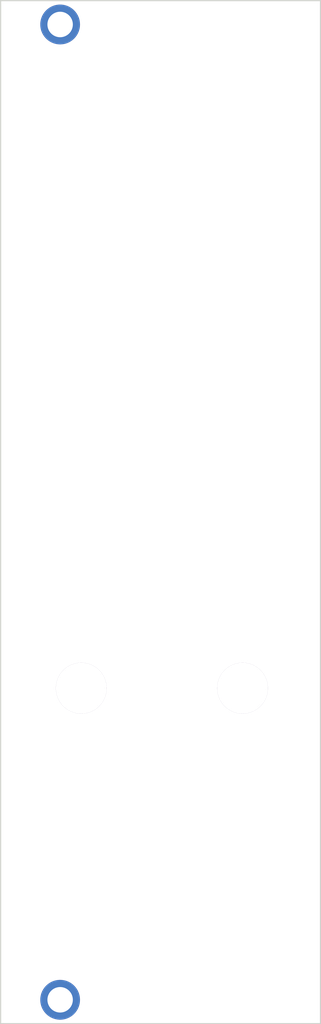
<source format=kicad_pcb>
(kicad_pcb (version 20221018) (generator pcbnew)
  (title_block (title "(title)") (comment 1 "PCB for panel") (comment 2 "(description)") (comment 4 "License CC BY 4.0 - Attribution 4.0 International"))
  (layers (0 "F.Cu" signal) (31 "B.Cu" signal) (34 "B.Paste" user) (35 "F.Paste" user) (36 "B.SilkS" user "B.Silkscreen") (37 "F.SilkS" user "F.Silkscreen") (38 "B.Mask" user) (39 "F.Mask" user) (44 "Edge.Cuts" user))
  (net 0 "")
  (footprint "elektrophon:panel_jack" (layer "F.Cu") (at 60.96 76.2)
    (fp_text reference "H1" hide)
    (fp_text value "CV1" hide)
    (pad "" np_thru_hole circle (at 0 0) (size 6.4 6.4) (drill 6.4) (layers "*.Cu" "*.Mask"))
  )
  (footprint "elektrophon:panel_jack" (layer "F.Cu") (at 60.96 96.52)
    (fp_text reference "H2" hide)
    (fp_text value "CV2" hide)
    (pad "" np_thru_hole circle (at 0 0) (size 6.4 6.4) (drill 6.4) (layers "*.Cu" "*.Mask"))
  )
  (footprint "elektrophon:panel_potentiometer" (layer "F.Cu") (at 60.96 116.84)
    (fp_text reference "H3" hide)
    (fp_text value "TONE" hide)
    (pad "" np_thru_hole circle (at 0 0) (size 7.4 7.4) (drill 7.4) (layers "*.Cu" "*.Mask"))
  )
  (footprint "elektrophon:panel_switch" (layer "F.Cu") (at 60.96 137.16)
    (fp_text reference "H4" hide)
    (fp_text value "DEEP" hide)
    (pad "" thru_hole circle (at 0 0) (size 6.4 6.4) (drill 6.4) (layers "*.Cu" "*.Mask"))
  )
  (footprint "elektrophon:panel_jack" (layer "F.Cu") (at 60.96 157.48)
    (fp_text reference "H5" hide)
    (fp_text value "IN" hide)
    (pad "" np_thru_hole circle (at 0 0) (size 6.4 6.4) (drill 6.4) (layers "*.Cu" "*.Mask"))
  )
  (footprint "elektrophon:panel_potentiometer" (layer "F.Cu") (at 81.28 76.2)
    (fp_text reference "H6" hide)
    (fp_text value "CV1_atten" hide)
    (pad "" np_thru_hole circle (at 0 0) (size 7.4 7.4) (drill 7.4) (layers "*.Cu" "*.Mask"))
  )
  (footprint "elektrophon:panel_potentiometer" (layer "F.Cu") (at 81.28 96.52)
    (fp_text reference "H7" hide)
    (fp_text value "CV2_atten" hide)
    (pad "" np_thru_hole circle (at 0 0) (size 7.4 7.4) (drill 7.4) (layers "*.Cu" "*.Mask"))
  )
  (footprint "elektrophon:panel_potentiometer" (layer "F.Cu") (at 81.28 116.84)
    (fp_text reference "H8" hide)
    (fp_text value "RES" hide)
    (pad "" np_thru_hole circle (at 0 0) (size 7.4 7.4) (drill 7.4) (layers "*.Cu" "*.Mask"))
  )
  (footprint "elektrophon:panel_switch" (layer "F.Cu") (at 81.28 137.16)
    (fp_text reference "H9" hide)
    (fp_text value "MODE" hide)
    (pad "" thru_hole circle (at 0 0) (size 6.4 6.4) (drill 6.4) (layers "*.Cu" "*.Mask"))
  )
  (footprint "elektrophon:panel_jack" (layer "F.Cu") (at 81.28 157.48)
    (fp_text reference "H10" hide)
    (fp_text value "OUT" hide)
    (pad "" np_thru_hole circle (at 0 0) (size 6.4 6.4) (drill 6.4) (layers "*.Cu" "*.Mask"))
  )
  (footprint "elektrophon:MountingHole_Panel_3.2mm_M3" (layer "F.Cu") (at 58.3 53.8)
    (fp_text reference "H11" hide)
    (fp_text value "MountingHole" hide)
    (pad "1" thru_hole circle (at 0 0) (size 3.6 3.6) (drill 3.2) (layers "*.Cu" "*.Mask"))
    (pad "1" connect circle (at 0 0) (size 5 5) (layers "F.Cu" "F.Mask"))
    (pad "1" connect circle (at 0 0) (size 5 5) (layers "B.Cu" "B.Mask"))
  )
  (footprint "elektrophon:MountingHole_Panel_3.2mm_M3" (layer "F.Cu") (at 58.3 176.3)
    (fp_text reference "H12" hide)
    (fp_text value "MountingHole" hide)
    (pad "1" thru_hole circle (at 0 0) (size 3.6 3.6) (drill 3.2) (layers "*.Cu" "*.Mask"))
    (pad "1" connect circle (at 0 0) (size 5 5) (layers "F.Cu" "F.Mask"))
    (pad "1" connect circle (at 0 0) (size 5 5) (layers "B.Cu" "B.Mask"))
  )
  (gr_line (start 50.8 50.8) (end 50.8 179.3) (stroke (width 0.15)) (layer "Edge.Cuts"))
  (gr_line (start 91.1 50.8) (end 91.1 179.3) (stroke (width 0.15)) (layer "Edge.Cuts"))
  (gr_line (start 50.8 50.8) (end 91.1 50.8) (stroke (width 0.15)) (layer "Edge.Cuts"))
  (gr_line (start 91.1 179.3) (end 50.8 179.3) (stroke (width 0.15)) (layer "Edge.Cuts"))
)
</source>
